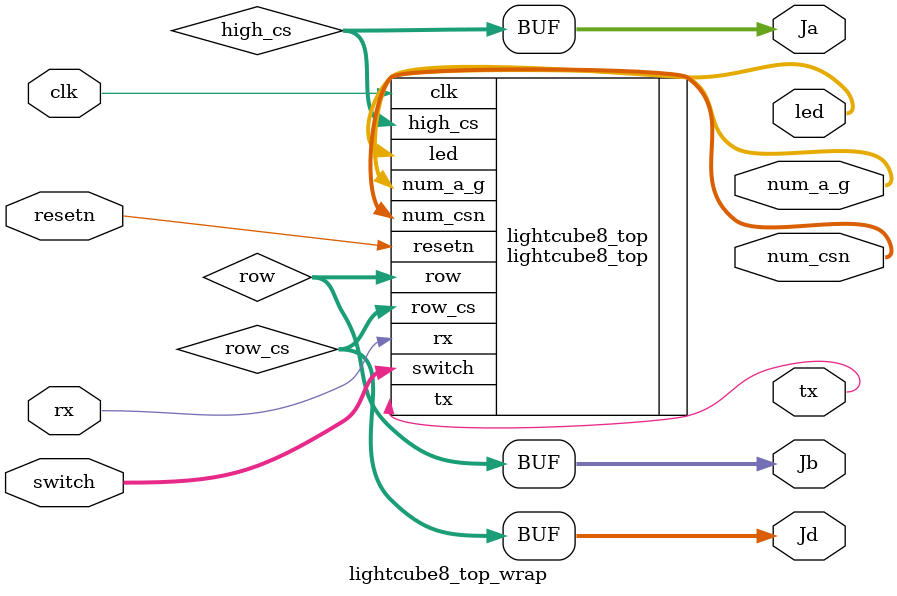
<source format=v>
module lightcube8_top_wrap (
    input wire clk,     //100MHz
    input wire resetn,  //active low

    //switch
    input wire [15:0] switch,

    //led
    output wire [15:0] led,

    //seg7
    output wire [7 :0] num_csn,
    output wire [6 :0] num_a_g,

    //uart
    input wire rx,
    output wire tx, //no use

    //pmod
    output wire [7:0] Ja,
    output wire [7:0] Jb,
    output wire [7:0] Jd
);

    wire [7:0] high_cs  ;  
    wire [7:0] row      ;
    wire [7:0] row_cs   ;
    lightcube8_top lightcube8_top(
        .clk(clk),
        .resetn(resetn),
        .switch(switch),
        .rx(rx),

        .tx(tx),
        .led(led),
        .num_csn(num_csn),
        .num_a_g(num_a_g),
        .high_cs(high_cs),
        .row(row),
        .row_cs(row_cs)
    );

    assign Jb = row;    //数据线
    assign Jd = row_cs; //使能线
    assign Ja = high_cs;    //层选

endmodule
</source>
